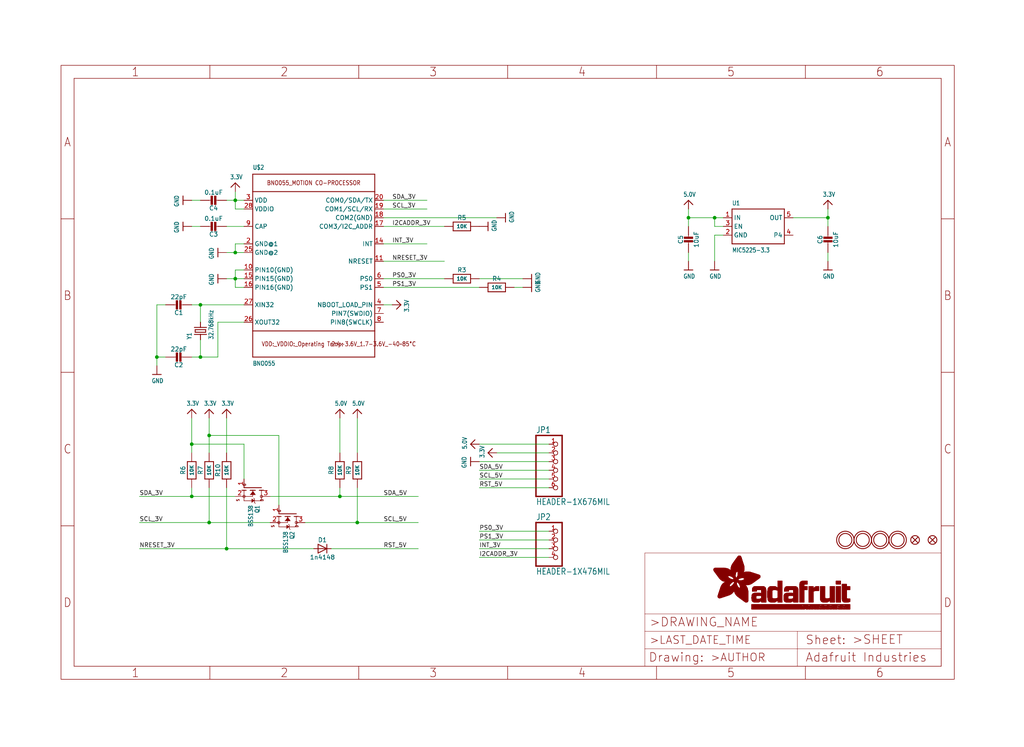
<source format=kicad_sch>
(kicad_sch (version 20211123) (generator eeschema)
  (paper "User" 298.45 217.881)
  (lib_symbols
    (symbol "schematicEagle-eagle-import:3.3V" (power)
      (property "Value" "3.3V" (at -1.524 1.016 0))
      (symbol "3.3V_1_0"
        (pin power_in line (at 0 -2.54 90) (length 2.54) (name "3.3V") (number "1"))
      )
    )
    (symbol "schematicEagle-eagle-import:5.0V" (power)
      (property "Value" "5.0V" (at -1.524 1.016 0))
      (symbol "5.0V_1_0"
        (pin power_in line (at 0 -2.54 90) (length 2.54) (name "5.0V") (number "1"))
      )
    )
    (symbol "schematicEagle-eagle-import:BNO055"
      (property "Value" "BNO055" (at -17.78 -30.48 0))
      (symbol "BNO055_1_0"
        (text "2.4-3.6V_1.7-3.6V_-40~85°C" (at 5.08 -24.13 0) (effects (font (size 1.27 1.0795)) (justify left)))
        (text "BNO055_MOTION CO-PROCESSOR" (at 0 22.86 0) (effects (font (size 1.27 1.0795))))
        (text "VDD:_VDDIO:_Operating Temp:" (at -15.24 -24.13 0) (effects (font (size 1.27 1.0795)) (justify left)))
        (pin bidirectional line (at -20.32 -2.54 0) (length 2.54) (name "PIN10(GND)") (number "10"))
        (pin bidirectional line (at 20.32 0 180) (length 2.54) (name "NRESET") (number "11"))
        (pin output line (at 20.32 5.08 180) (length 2.54) (name "INT") (number "14"))
        (pin bidirectional line (at -20.32 -5.08 0) (length 2.54) (name "PIN15(GND)") (number "15"))
        (pin bidirectional line (at -20.32 -7.62 0) (length 2.54) (name "PIN16(GND)") (number "16"))
        (pin bidirectional line (at 20.32 10.16 180) (length 2.54) (name "COM3/I2C_ADDR") (number "17"))
        (pin bidirectional line (at 20.32 12.7 180) (length 2.54) (name "COM2(GND)") (number "18"))
        (pin bidirectional line (at 20.32 15.24 180) (length 2.54) (name "COM1/SCL/RX") (number "19"))
        (pin power_in line (at -20.32 5.08 0) (length 2.54) (name "GND@1") (number "2"))
        (pin bidirectional line (at 20.32 17.78 180) (length 2.54) (name "COM0/SDA/TX") (number "20"))
        (pin power_in line (at -20.32 2.54 0) (length 2.54) (name "GND@2") (number "25"))
        (pin output line (at -20.32 -17.78 0) (length 2.54) (name "XOUT32") (number "26"))
        (pin input line (at -20.32 -12.7 0) (length 2.54) (name "XIN32") (number "27"))
        (pin power_in line (at -20.32 15.24 0) (length 2.54) (name "VDDIO") (number "28"))
        (pin power_in line (at -20.32 17.78 0) (length 2.54) (name "VDD") (number "3"))
        (pin bidirectional line (at 20.32 -12.7 180) (length 2.54) (name "NBOOT_LOAD_PIN") (number "4"))
        (pin input line (at 20.32 -7.62 180) (length 2.54) (name "PS1") (number "5"))
        (pin input line (at 20.32 -5.08 180) (length 2.54) (name "PS0") (number "6"))
        (pin bidirectional line (at 20.32 -15.24 180) (length 2.54) (name "PIN7(SWDIO)") (number "7"))
        (pin bidirectional line (at 20.32 -17.78 180) (length 2.54) (name "PIN8(SWCLK)") (number "8"))
        (pin passive line (at -20.32 10.16 0) (length 2.54) (name "CAP") (number "9"))
      )
    )
    (symbol "schematicEagle-eagle-import:CAP_CERAMIC0805-NOOUTLINE"
      (property "Reference" "C" (at -2.29 1.25 90))
      (property "Value" "CAP_CERAMIC0805-NOOUTLINE" (at 2.3 1.25 90))
      (symbol "CAP_CERAMIC0805-NOOUTLINE_1_0"
        (pin passive line (at 0 5.08 270) (length 2.54) (name "1") (number "1"))
        (pin passive line (at 0 -2.54 90) (length 2.54) (name "2") (number "2"))
      )
    )
    (symbol "schematicEagle-eagle-import:CAP_CERAMIC0805_10MGAP"
      (property "Reference" "C" (at -2.29 1.25 90))
      (property "Value" "CAP_CERAMIC0805_10MGAP" (at 2.3 1.25 90))
      (symbol "CAP_CERAMIC0805_10MGAP_1_0"
        (pin passive line (at 0 5.08 270) (length 2.54) (name "1") (number "1"))
        (pin passive line (at 0 -2.54 90) (length 2.54) (name "2") (number "2"))
      )
    )
    (symbol "schematicEagle-eagle-import:CRYSTAL8.0X3.8"
      (property "Reference" "Y" (at -2.54 2.54 0))
      (property "Value" "CRYSTAL8.0X3.8" (at -2.54 -3.81 0))
      (symbol "CRYSTAL8.0X3.8_1_0"
        (pin passive line (at -2.54 0 0) (length 0) (name "1") (number "P$1"))
        (pin passive line (at 2.54 0 180) (length 0) (name "2") (number "P$4"))
      )
    )
    (symbol "schematicEagle-eagle-import:DIODESOD-323"
      (property "Reference" "D" (at 0 2.54 0))
      (property "Value" "DIODESOD-323" (at 0 -2.5 0))
      (symbol "DIODESOD-323_1_0"
        (pin passive line (at -2.54 0 0) (length 2.54) (name "A") (number "A"))
        (pin passive line (at 2.54 0 180) (length 2.54) (name "C") (number "C"))
      )
    )
    (symbol "schematicEagle-eagle-import:FIDUCIAL{dblquote}{dblquote}")
    (symbol "schematicEagle-eagle-import:FRAME_A4_ADAFRUIT"
      (symbol "FRAME_A4_ADAFRUIT_0_0"
        (text "1" (at 21.6958 1.905 0) (effects (font (size 2.54 2.286))))
        (text "1" (at 21.6958 177.165 0) (effects (font (size 2.54 2.286))))
        (text "2" (at 65.0875 1.905 0) (effects (font (size 2.54 2.286))))
        (text "2" (at 65.0875 177.165 0) (effects (font (size 2.54 2.286))))
        (text "3" (at 108.4792 1.905 0) (effects (font (size 2.54 2.286))))
        (text "3" (at 108.4792 177.165 0) (effects (font (size 2.54 2.286))))
        (text "4" (at 151.8708 1.905 0) (effects (font (size 2.54 2.286))))
        (text "4" (at 151.8708 177.165 0) (effects (font (size 2.54 2.286))))
        (text "5" (at 195.2625 1.905 0) (effects (font (size 2.54 2.286))))
        (text "5" (at 195.2625 177.165 0) (effects (font (size 2.54 2.286))))
        (text "6" (at 238.6542 1.905 0) (effects (font (size 2.54 2.286))))
        (text "6" (at 238.6542 177.165 0) (effects (font (size 2.54 2.286))))
        (text "A" (at 1.905 156.6863 0) (effects (font (size 2.54 2.286))))
        (text "A" (at 258.445 156.6863 0) (effects (font (size 2.54 2.286))))
        (text "B" (at 1.905 111.9188 0) (effects (font (size 2.54 2.286))))
        (text "B" (at 258.445 111.9188 0) (effects (font (size 2.54 2.286))))
        (text "C" (at 1.905 67.1513 0) (effects (font (size 2.54 2.286))))
        (text "C" (at 258.445 67.1513 0) (effects (font (size 2.54 2.286))))
        (text "D" (at 1.905 22.3838 0) (effects (font (size 2.54 2.286))))
        (text "D" (at 258.445 22.3838 0) (effects (font (size 2.54 2.286))))
      )
      (symbol "FRAME_A4_ADAFRUIT_1_0"
        (text ">AUTHOR" (at 189.23 5.08 0) (effects (font (size 2.286 2.286)) (justify left bottom)))
        (text ">DRAWING_NAME" (at 171.45 15.24 0) (effects (font (size 2.54 2.54)) (justify left bottom)))
        (text ">LAST_DATE_TIME" (at 171.45 10.16 0) (effects (font (size 2.286 2.286)) (justify left bottom)))
        (text ">SHEET" (at 230.505 10.16 0) (effects (font (size 2.54 2.54)) (justify left bottom)))
        (text "Adafruit Industries" (at 216.916 4.953 0) (effects (font (size 2.54 2.54)) (justify left bottom)))
        (text "Drawing:" (at 171.196 4.953 0) (effects (font (size 2.54 2.54)) (justify left bottom)))
        (text "Sheet:" (at 216.916 10.033 0) (effects (font (size 2.54 2.54)) (justify left bottom)))
      )
    )
    (symbol "schematicEagle-eagle-import:GND" (power)
      (property "Value" "GND" (at -1.524 -2.54 0))
      (symbol "GND_1_0"
        (pin power_in line (at 0 2.54 270) (length 2.54) (name "GND") (number "1"))
      )
    )
    (symbol "schematicEagle-eagle-import:HEADER-1X476MIL"
      (property "Reference" "JP" (at -6.35 8.255 0))
      (property "Value" "HEADER-1X476MIL" (at -6.35 -7.62 0))
      (symbol "HEADER-1X476MIL_1_0"
        (pin passive inverted (at -2.54 5.08 0) (length 2.54) (name "1") (number "1"))
        (pin passive inverted (at -2.54 2.54 0) (length 2.54) (name "2") (number "2"))
        (pin passive inverted (at -2.54 0 0) (length 2.54) (name "3") (number "3"))
        (pin passive inverted (at -2.54 -2.54 0) (length 2.54) (name "4") (number "4"))
      )
    )
    (symbol "schematicEagle-eagle-import:HEADER-1X676MIL"
      (property "Reference" "JP" (at -6.35 10.795 0))
      (property "Value" "HEADER-1X676MIL" (at -6.35 -10.16 0))
      (symbol "HEADER-1X676MIL_1_0"
        (pin passive inverted (at -2.54 7.62 0) (length 2.54) (name "1") (number "1"))
        (pin passive inverted (at -2.54 5.08 0) (length 2.54) (name "2") (number "2"))
        (pin passive inverted (at -2.54 2.54 0) (length 2.54) (name "3") (number "3"))
        (pin passive inverted (at -2.54 0 0) (length 2.54) (name "4") (number "4"))
        (pin passive inverted (at -2.54 -2.54 0) (length 2.54) (name "5") (number "5"))
        (pin passive inverted (at -2.54 -5.08 0) (length 2.54) (name "6") (number "6"))
      )
    )
    (symbol "schematicEagle-eagle-import:MOSFET-NWIDE"
      (property "Reference" "Q" (at 5.08 0.635 0))
      (property "Value" "MOSFET-NWIDE" (at 5.08 -1.27 0))
      (symbol "MOSFET-NWIDE_1_0"
        (text "D" (at 3.175 3.175 0) (effects (font (size 0.8128 0.6908)) (justify left bottom)))
        (text "G" (at -1.27 -1.905 0) (effects (font (size 0.8128 0.6908)) (justify left bottom)))
        (text "S" (at 3.175 -3.81 0) (effects (font (size 0.8128 0.6908)) (justify left bottom)))
        (pin bidirectional line (at -2.54 -2.54 0) (length 2.54) (name "G") (number "1"))
        (pin bidirectional line (at 2.54 -5.08 90) (length 2.54) (name "S") (number "2"))
        (pin bidirectional line (at 2.54 5.08 270) (length 2.54) (name "D") (number "3"))
      )
    )
    (symbol "schematicEagle-eagle-import:MOUNTINGHOLE2.5_THICK")
    (symbol "schematicEagle-eagle-import:RESISTOR0805_NOOUTLINE"
      (property "Reference" "R" (at 0 2.54 0))
      (property "Value" "RESISTOR0805_NOOUTLINE" (at 0 0 0))
      (symbol "RESISTOR0805_NOOUTLINE_1_0"
        (pin passive line (at -5.08 0 0) (length 2.54) (name "1") (number "1"))
        (pin passive line (at 5.08 0 180) (length 2.54) (name "2") (number "2"))
      )
    )
    (symbol "schematicEagle-eagle-import:RESISTOR_0805MP"
      (property "Reference" "R" (at 0 2.54 0))
      (property "Value" "RESISTOR_0805MP" (at 0 0 0))
      (symbol "RESISTOR_0805MP_1_0"
        (pin passive line (at -5.08 0 0) (length 2.54) (name "1") (number "1"))
        (pin passive line (at 5.08 0 180) (length 2.54) (name "2") (number "2"))
      )
    )
    (symbol "schematicEagle-eagle-import:VREG_SOT23-5"
      (property "Reference" "U" (at -7.62 6.096 0))
      (property "Value" "VREG_SOT23-5" (at -7.62 -7.62 0))
      (symbol "VREG_SOT23-5_1_0"
        (pin power_in line (at -10.16 2.54 0) (length 2.54) (name "IN") (number "1"))
        (pin power_in line (at -10.16 -2.54 0) (length 2.54) (name "GND") (number "2"))
        (pin input line (at -10.16 0 0) (length 2.54) (name "EN") (number "3"))
        (pin bidirectional line (at 10.16 -2.54 180) (length 2.54) (name "P4") (number "4"))
        (pin power_in line (at 10.16 2.54 180) (length 2.54) (name "OUT") (number "5"))
      )
    )
  )
  (junction (at 58.42 88.9))
  (junction (at 68.58 73.66))
  (junction (at 241.3 63.5))
  (junction (at 58.42 104.14))
  (junction (at 60.96 152.4))
  (junction (at 99.06 144.78))
  (junction (at 60.96 127))
  (junction (at 45.72 104.14))
  (junction (at 208.28 63.5))
  (junction (at 68.58 81.28))
  (junction (at 68.58 58.42))
  (junction (at 66.04 160.02))
  (junction (at 55.88 144.78))
  (junction (at 55.88 129.54))
  (junction (at 104.14 152.4))
  (junction (at 200.66 63.5))
  (wire (pts (xy 144.78 63.5) (xy 111.76 63.5)))
  (wire (pts (xy 66.04 142.24) (xy 66.04 160.02)))
  (wire (pts (xy 68.58 83.82) (xy 68.58 81.28)))
  (wire (pts (xy 139.7 81.28) (xy 152.4 81.28)))
  (wire (pts (xy 55.88 132.08) (xy 55.88 129.54)))
  (wire (pts (xy 40.64 160.02) (xy 66.04 160.02)))
  (wire (pts (xy 210.82 63.5) (xy 208.28 63.5)))
  (wire (pts (xy 68.58 71.12) (xy 68.58 73.66)))
  (wire (pts (xy 208.28 63.5) (xy 200.66 63.5)))
  (wire (pts (xy 60.96 152.4) (xy 40.64 152.4)))
  (wire (pts (xy 139.7 154.94) (xy 160.02 154.94)))
  (wire (pts (xy 55.88 144.78) (xy 40.64 144.78)))
  (wire (pts (xy 139.7 160.02) (xy 160.02 160.02)))
  (wire (pts (xy 60.96 127) (xy 60.96 121.92)))
  (wire (pts (xy 71.12 71.12) (xy 68.58 71.12)))
  (wire (pts (xy 241.3 73.66) (xy 241.3 76.2)))
  (wire (pts (xy 104.14 132.08) (xy 104.14 121.92)))
  (wire (pts (xy 71.12 88.9) (xy 58.42 88.9)))
  (wire (pts (xy 210.82 68.58) (xy 208.28 68.58)))
  (wire (pts (xy 81.28 127) (xy 60.96 127)))
  (wire (pts (xy 111.76 88.9) (xy 114.3 88.9)))
  (wire (pts (xy 78.74 144.78) (xy 99.06 144.78)))
  (wire (pts (xy 58.42 66.04) (xy 55.88 66.04)))
  (wire (pts (xy 208.28 66.04) (xy 208.28 63.5)))
  (wire (pts (xy 58.42 58.42) (xy 55.88 58.42)))
  (wire (pts (xy 99.06 132.08) (xy 99.06 121.92)))
  (wire (pts (xy 68.58 58.42) (xy 68.58 55.88)))
  (wire (pts (xy 88.9 152.4) (xy 104.14 152.4)))
  (wire (pts (xy 111.76 60.96) (xy 124.46 60.96)))
  (wire (pts (xy 149.86 83.82) (xy 152.4 83.82)))
  (wire (pts (xy 71.12 83.82) (xy 68.58 83.82)))
  (wire (pts (xy 99.06 144.78) (xy 99.06 142.24)))
  (wire (pts (xy 58.42 99.06) (xy 58.42 104.14)))
  (wire (pts (xy 58.42 88.9) (xy 55.88 88.9)))
  (wire (pts (xy 71.12 129.54) (xy 55.88 129.54)))
  (wire (pts (xy 111.76 58.42) (xy 124.46 58.42)))
  (wire (pts (xy 210.82 66.04) (xy 208.28 66.04)))
  (wire (pts (xy 139.7 139.7) (xy 160.02 139.7)))
  (wire (pts (xy 58.42 104.14) (xy 55.88 104.14)))
  (wire (pts (xy 55.88 142.24) (xy 55.88 144.78)))
  (wire (pts (xy 63.5 93.98) (xy 63.5 104.14)))
  (wire (pts (xy 63.5 104.14) (xy 58.42 104.14)))
  (wire (pts (xy 81.28 147.32) (xy 81.28 127)))
  (wire (pts (xy 139.7 162.56) (xy 160.02 162.56)))
  (wire (pts (xy 58.42 93.98) (xy 58.42 88.9)))
  (wire (pts (xy 111.76 83.82) (xy 139.7 83.82)))
  (wire (pts (xy 60.96 142.24) (xy 60.96 152.4)))
  (wire (pts (xy 99.06 144.78) (xy 121.92 144.78)))
  (wire (pts (xy 45.72 104.14) (xy 45.72 106.68)))
  (wire (pts (xy 241.3 66.04) (xy 241.3 63.5)))
  (wire (pts (xy 208.28 68.58) (xy 208.28 76.2)))
  (wire (pts (xy 60.96 132.08) (xy 60.96 127)))
  (wire (pts (xy 139.7 129.54) (xy 160.02 129.54)))
  (wire (pts (xy 66.04 132.08) (xy 66.04 121.92)))
  (wire (pts (xy 68.58 144.78) (xy 55.88 144.78)))
  (wire (pts (xy 111.76 66.04) (xy 129.54 66.04)))
  (wire (pts (xy 111.76 76.2) (xy 129.54 76.2)))
  (wire (pts (xy 104.14 152.4) (xy 121.92 152.4)))
  (wire (pts (xy 78.74 152.4) (xy 60.96 152.4)))
  (wire (pts (xy 111.76 81.28) (xy 129.54 81.28)))
  (wire (pts (xy 71.12 60.96) (xy 68.58 60.96)))
  (wire (pts (xy 68.58 73.66) (xy 66.04 73.66)))
  (wire (pts (xy 241.3 63.5) (xy 241.3 60.96)))
  (wire (pts (xy 71.12 66.04) (xy 66.04 66.04)))
  (wire (pts (xy 66.04 58.42) (xy 68.58 58.42)))
  (wire (pts (xy 139.7 142.24) (xy 160.02 142.24)))
  (wire (pts (xy 71.12 81.28) (xy 68.58 81.28)))
  (wire (pts (xy 48.26 104.14) (xy 45.72 104.14)))
  (wire (pts (xy 139.7 157.48) (xy 160.02 157.48)))
  (wire (pts (xy 71.12 78.74) (xy 68.58 78.74)))
  (wire (pts (xy 68.58 78.74) (xy 68.58 81.28)))
  (wire (pts (xy 160.02 134.62) (xy 139.7 134.62)))
  (wire (pts (xy 200.66 66.04) (xy 200.66 63.5)))
  (wire (pts (xy 45.72 88.9) (xy 45.72 104.14)))
  (wire (pts (xy 68.58 60.96) (xy 68.58 58.42)))
  (wire (pts (xy 71.12 93.98) (xy 63.5 93.98)))
  (wire (pts (xy 231.14 63.5) (xy 241.3 63.5)))
  (wire (pts (xy 104.14 152.4) (xy 104.14 142.24)))
  (wire (pts (xy 139.7 137.16) (xy 160.02 137.16)))
  (wire (pts (xy 71.12 73.66) (xy 68.58 73.66)))
  (wire (pts (xy 55.88 129.54) (xy 55.88 121.92)))
  (wire (pts (xy 48.26 88.9) (xy 45.72 88.9)))
  (wire (pts (xy 71.12 58.42) (xy 68.58 58.42)))
  (wire (pts (xy 96.52 160.02) (xy 121.92 160.02)))
  (wire (pts (xy 68.58 81.28) (xy 66.04 81.28)))
  (wire (pts (xy 200.66 63.5) (xy 200.66 60.96)))
  (wire (pts (xy 200.66 73.66) (xy 200.66 76.2)))
  (wire (pts (xy 66.04 160.02) (xy 91.44 160.02)))
  (wire (pts (xy 160.02 132.08) (xy 144.78 132.08)))
  (wire (pts (xy 71.12 139.7) (xy 71.12 129.54)))
  (wire (pts (xy 111.76 71.12) (xy 124.46 71.12)))
  (label "I2CADDR_3V" (at 139.7 162.56 0) (effects (font (size 1.2446 1.2446))))
  (label "NRESET_3V" (at 114.3 76.2 0) (effects (font (size 1.2446 1.2446))))
  (label "SDA_5V" (at 139.7 137.16 0) (effects (font (size 1.2446 1.2446))))
  (label "SDA_3V" (at 114.3 58.42 0) (effects (font (size 1.2446 1.2446))))
  (label "RST_5V" (at 111.76 160.02 0) (effects (font (size 1.2446 1.2446))))
  (label "SDA_3V" (at 40.64 144.78 0) (effects (font (size 1.2446 1.2446))))
  (label "PS0_3V" (at 139.7 154.94 0) (effects (font (size 1.2446 1.2446))))
  (label "PS1_3V" (at 139.7 157.48 0) (effects (font (size 1.2446 1.2446))))
  (label "INT_3V" (at 114.3 71.12 0) (effects (font (size 1.2446 1.2446))))
  (label "I2CADDR_3V" (at 114.3 66.04 0) (effects (font (size 1.2446 1.2446))))
  (label "RST_5V" (at 139.7 142.24 0) (effects (font (size 1.2446 1.2446))))
  (label "NRESET_3V" (at 40.64 160.02 0) (effects (font (size 1.2446 1.2446))))
  (label "INT_3V" (at 139.7 160.02 0) (effects (font (size 1.2446 1.2446))))
  (label "SDA_5V" (at 111.76 144.78 0) (effects (font (size 1.2446 1.2446))))
  (label "SCL_3V" (at 114.3 60.96 0) (effects (font (size 1.2446 1.2446))))
  (label "SCL_5V" (at 139.7 139.7 0) (effects (font (size 1.2446 1.2446))))
  (label "PS1_3V" (at 114.3 83.82 0) (effects (font (size 1.2446 1.2446))))
  (label "SCL_5V" (at 111.76 152.4 0) (effects (font (size 1.2446 1.2446))))
  (label "SCL_3V" (at 40.64 152.4 0) (effects (font (size 1.2446 1.2446))))
  (label "PS0_3V" (at 114.3 81.28 0) (effects (font (size 1.2446 1.2446))))
  (symbol (lib_id "schematicEagle-eagle-import:HEADER-1X476MIL") (at 162.56 160.02 0) (unit 1)
    (property "Reference" "JP2" (at 156.21 151.765 0) (effects (font (size 1.778 1.5113)) (justify left bottom)))
    (property "Value" "HEADER-1X476MIL" (at 156.21 167.64 0) (effects (font (size 1.778 1.5113)) (justify left bottom)))
    (property "Footprint" "schematicEagle:1X04_ROUND_76" (effects hide))
  )
  (symbol (lib_id "schematicEagle-eagle-import:CAP_CERAMIC0805-NOOUTLINE") (at 200.66 71.12 0) (unit 1)
    (property "Reference" "C5" (at 198.37 69.87 90))
    (property "Value" "10uF" (at 202.96 69.87 90))
    (property "Footprint" "schematicEagle:0805-NO" (effects hide))
  )
  (symbol (lib_id "schematicEagle-eagle-import:3.3V") (at 68.58 53.34 0) (unit 1)
    (property "Reference" "#U$21" (effects hide))
    (property "Value" "3.3V" (at 67.056 52.324 0) (effects (font (size 1.27 1.0795)) (justify left bottom)))
    (property "Footprint" "schematicEagle:" (effects hide))
  )
  (symbol (lib_id "schematicEagle-eagle-import:CAP_CERAMIC0805-NOOUTLINE") (at 53.34 88.9 90) (unit 1)
    (property "Reference" "C1" (at 52.09 91.19 90))
    (property "Value" "22pF" (at 52.09 86.6 90))
    (property "Footprint" "schematicEagle:0805-NO" (effects hide))
  )
  (symbol (lib_id "schematicEagle-eagle-import:RESISTOR0805_NOOUTLINE") (at 66.04 137.16 90) (unit 1)
    (property "Reference" "R10" (at 63.5 137.16 0))
    (property "Value" "10K" (at 66.04 137.16 0) (effects (font (size 1.016 1.016) bold)))
    (property "Footprint" "schematicEagle:0805-NO" (effects hide))
  )
  (symbol (lib_id "schematicEagle-eagle-import:VREG_SOT23-5") (at 220.98 66.04 0) (unit 1)
    (property "Reference" "U1" (at 213.36 59.944 0) (effects (font (size 1.27 1.0795)) (justify left bottom)))
    (property "Value" "MIC5225-3.3" (at 213.36 73.66 0) (effects (font (size 1.27 1.0795)) (justify left bottom)))
    (property "Footprint" "schematicEagle:SOT23-5" (effects hide))
  )
  (symbol (lib_id "schematicEagle-eagle-import:3.3V") (at 116.84 88.9 270) (unit 1)
    (property "Reference" "#U$15" (effects hide))
    (property "Value" "3.3V" (at 117.856 87.376 0) (effects (font (size 1.27 1.0795)) (justify left bottom)))
    (property "Footprint" "schematicEagle:" (effects hide))
  )
  (symbol (lib_id "schematicEagle-eagle-import:MOSFET-NWIDE") (at 83.82 149.86 270) (unit 1)
    (property "Reference" "Q2" (at 84.455 154.94 0) (effects (font (size 1.27 1.0795)) (justify left bottom)))
    (property "Value" "BSS138" (at 82.55 154.94 0) (effects (font (size 1.27 1.0795)) (justify left bottom)))
    (property "Footprint" "schematicEagle:SOT23-WIDE" (effects hide))
  )
  (symbol (lib_id "schematicEagle-eagle-import:MOUNTINGHOLE2.5_THICK") (at 246.38 157.48 0) (unit 1)
    (property "Reference" "U$32" (effects hide))
    (property "Value" "MOUNTINGHOLE2.5_THICK" (effects hide))
    (property "Footprint" "schematicEagle:MOUNTINGHOLE_2.5_PLATED_THICK" (effects hide))
  )
  (symbol (lib_id "schematicEagle-eagle-import:RESISTOR_0805MP") (at 104.14 137.16 90) (unit 1)
    (property "Reference" "R9" (at 101.6 137.16 0))
    (property "Value" "10K" (at 104.14 137.16 0) (effects (font (size 1.016 1.016) bold)))
    (property "Footprint" "schematicEagle:_0805MP" (effects hide))
  )
  (symbol (lib_id "schematicEagle-eagle-import:GND") (at 53.34 66.04 270) (unit 1)
    (property "Reference" "#U$14" (effects hide))
    (property "Value" "GND" (at 50.8 64.516 0) (effects (font (size 1.27 1.0795)) (justify left bottom)))
    (property "Footprint" "schematicEagle:" (effects hide))
  )
  (symbol (lib_id "schematicEagle-eagle-import:GND") (at 154.94 83.82 90) (unit 1)
    (property "Reference" "#U$6" (effects hide))
    (property "Value" "GND" (at 157.48 85.344 0) (effects (font (size 1.27 1.0795)) (justify left bottom)))
    (property "Footprint" "schematicEagle:" (effects hide))
  )
  (symbol (lib_id "schematicEagle-eagle-import:GND") (at 241.3 78.74 0) (unit 1)
    (property "Reference" "#U$23" (effects hide))
    (property "Value" "GND" (at 239.776 81.28 0) (effects (font (size 1.27 1.0795)) (justify left bottom)))
    (property "Footprint" "schematicEagle:" (effects hide))
  )
  (symbol (lib_id "schematicEagle-eagle-import:RESISTOR0805_NOOUTLINE") (at 144.78 83.82 0) (unit 1)
    (property "Reference" "R4" (at 144.78 81.28 0))
    (property "Value" "10K" (at 144.78 83.82 0) (effects (font (size 1.016 1.016) bold)))
    (property "Footprint" "schematicEagle:0805-NO" (effects hide))
  )
  (symbol (lib_id "schematicEagle-eagle-import:MOUNTINGHOLE2.5_THICK") (at 256.54 157.48 0) (unit 1)
    (property "Reference" "U$30" (effects hide))
    (property "Value" "MOUNTINGHOLE2.5_THICK" (effects hide))
    (property "Footprint" "schematicEagle:MOUNTINGHOLE_2.5_PLATED_THICK" (effects hide))
  )
  (symbol (lib_id "schematicEagle-eagle-import:3.3V") (at 241.3 58.42 0) (unit 1)
    (property "Reference" "#U$24" (effects hide))
    (property "Value" "3.3V" (at 239.776 57.404 0) (effects (font (size 1.27 1.0795)) (justify left bottom)))
    (property "Footprint" "schematicEagle:" (effects hide))
  )
  (symbol (lib_id "schematicEagle-eagle-import:CRYSTAL8.0X3.8") (at 58.42 96.52 90) (unit 1)
    (property "Reference" "Y1" (at 55.88 99.06 0) (effects (font (size 1.27 1.0795)) (justify left bottom)))
    (property "Value" "32.768kHz" (at 62.23 99.06 0) (effects (font (size 1.27 1.0795)) (justify left bottom)))
    (property "Footprint" "schematicEagle:CRYSTAL_8X3.8" (effects hide))
  )
  (symbol (lib_id "schematicEagle-eagle-import:3.3V") (at 142.24 132.08 90) (unit 1)
    (property "Reference" "#U$17" (effects hide))
    (property "Value" "3.3V" (at 141.224 133.604 0) (effects (font (size 1.27 1.0795)) (justify left bottom)))
    (property "Footprint" "schematicEagle:" (effects hide))
  )
  (symbol (lib_id "schematicEagle-eagle-import:5.0V") (at 99.06 119.38 0) (unit 1)
    (property "Reference" "#U$19" (effects hide))
    (property "Value" "5.0V" (at 97.536 118.364 0) (effects (font (size 1.27 1.0795)) (justify left bottom)))
    (property "Footprint" "schematicEagle:" (effects hide))
  )
  (symbol (lib_id "schematicEagle-eagle-import:5.0V") (at 104.14 119.38 0) (unit 1)
    (property "Reference" "#U$20" (effects hide))
    (property "Value" "5.0V" (at 102.616 118.364 0) (effects (font (size 1.27 1.0795)) (justify left bottom)))
    (property "Footprint" "schematicEagle:" (effects hide))
  )
  (symbol (lib_id "schematicEagle-eagle-import:FIDUCIAL{dblquote}{dblquote}") (at 266.7 157.48 0) (unit 1)
    (property "Reference" "FID2" (effects hide))
    (property "Value" "FIDUCIAL{dblquote}{dblquote}" (effects hide))
    (property "Footprint" "schematicEagle:FIDUCIAL_1MM" (effects hide))
  )
  (symbol (lib_id "schematicEagle-eagle-import:HEADER-1X676MIL") (at 162.56 137.16 0) (unit 1)
    (property "Reference" "JP1" (at 156.21 126.365 0) (effects (font (size 1.778 1.5113)) (justify left bottom)))
    (property "Value" "HEADER-1X676MIL" (at 156.21 147.32 0) (effects (font (size 1.778 1.5113)) (justify left bottom)))
    (property "Footprint" "schematicEagle:1X06_ROUND_76" (effects hide))
  )
  (symbol (lib_id "schematicEagle-eagle-import:GND") (at 154.94 81.28 90) (unit 1)
    (property "Reference" "#U$5" (effects hide))
    (property "Value" "GND" (at 157.48 82.804 0) (effects (font (size 1.27 1.0795)) (justify left bottom)))
    (property "Footprint" "schematicEagle:" (effects hide))
  )
  (symbol (lib_id "schematicEagle-eagle-import:RESISTOR_0805MP") (at 99.06 137.16 90) (unit 1)
    (property "Reference" "R8" (at 96.52 137.16 0))
    (property "Value" "10K" (at 99.06 137.16 0) (effects (font (size 1.016 1.016) bold)))
    (property "Footprint" "schematicEagle:_0805MP" (effects hide))
  )
  (symbol (lib_id "schematicEagle-eagle-import:MOUNTINGHOLE2.5_THICK") (at 251.46 157.48 0) (unit 1)
    (property "Reference" "U$31" (effects hide))
    (property "Value" "MOUNTINGHOLE2.5_THICK" (effects hide))
    (property "Footprint" "schematicEagle:MOUNTINGHOLE_2.5_PLATED_THICK" (effects hide))
  )
  (symbol (lib_id "schematicEagle-eagle-import:MOSFET-NWIDE") (at 73.66 142.24 270) (unit 1)
    (property "Reference" "Q1" (at 74.295 147.32 0) (effects (font (size 1.27 1.0795)) (justify left bottom)))
    (property "Value" "BSS138" (at 72.39 147.32 0) (effects (font (size 1.27 1.0795)) (justify left bottom)))
    (property "Footprint" "schematicEagle:SOT23-WIDE" (effects hide))
  )
  (symbol (lib_id "schematicEagle-eagle-import:GND") (at 208.28 78.74 0) (unit 1)
    (property "Reference" "#U$26" (effects hide))
    (property "Value" "GND" (at 206.756 81.28 0) (effects (font (size 1.27 1.0795)) (justify left bottom)))
    (property "Footprint" "schematicEagle:" (effects hide))
  )
  (symbol (lib_id "schematicEagle-eagle-import:MOUNTINGHOLE2.5_THICK") (at 261.62 157.48 0) (unit 1)
    (property "Reference" "U$29" (effects hide))
    (property "Value" "MOUNTINGHOLE2.5_THICK" (effects hide))
    (property "Footprint" "schematicEagle:MOUNTINGHOLE_2.5_PLATED_THICK" (effects hide))
  )
  (symbol (lib_id "schematicEagle-eagle-import:RESISTOR0805_NOOUTLINE") (at 134.62 66.04 0) (unit 1)
    (property "Reference" "R5" (at 134.62 63.5 0))
    (property "Value" "10K" (at 134.62 66.04 0) (effects (font (size 1.016 1.016) bold)))
    (property "Footprint" "schematicEagle:0805-NO" (effects hide))
  )
  (symbol (lib_id "schematicEagle-eagle-import:GND") (at 147.32 63.5 90) (unit 1)
    (property "Reference" "#U$8" (effects hide))
    (property "Value" "GND" (at 149.86 65.024 0) (effects (font (size 1.27 1.0795)) (justify left bottom)))
    (property "Footprint" "schematicEagle:" (effects hide))
  )
  (symbol (lib_id "schematicEagle-eagle-import:3.3V") (at 60.96 119.38 0) (unit 1)
    (property "Reference" "#U$9" (effects hide))
    (property "Value" "3.3V" (at 59.436 118.364 0) (effects (font (size 1.27 1.0795)) (justify left bottom)))
    (property "Footprint" "schematicEagle:" (effects hide))
  )
  (symbol (lib_id "schematicEagle-eagle-import:GND") (at 142.24 66.04 90) (unit 1)
    (property "Reference" "#U$7" (effects hide))
    (property "Value" "GND" (at 144.78 67.564 0) (effects (font (size 1.27 1.0795)) (justify left bottom)))
    (property "Footprint" "schematicEagle:" (effects hide))
  )
  (symbol (lib_id "schematicEagle-eagle-import:CAP_CERAMIC0805-NOOUTLINE") (at 53.34 104.14 90) (unit 1)
    (property "Reference" "C2" (at 52.09 106.43 90))
    (property "Value" "22pF" (at 52.09 101.84 90))
    (property "Footprint" "schematicEagle:0805-NO" (effects hide))
  )
  (symbol (lib_id "schematicEagle-eagle-import:GND") (at 63.5 81.28 270) (unit 1)
    (property "Reference" "#U$12" (effects hide))
    (property "Value" "GND" (at 60.96 79.756 0) (effects (font (size 1.27 1.0795)) (justify left bottom)))
    (property "Footprint" "schematicEagle:" (effects hide))
  )
  (symbol (lib_id "schematicEagle-eagle-import:3.3V") (at 66.04 119.38 0) (unit 1)
    (property "Reference" "#U$27" (effects hide))
    (property "Value" "3.3V" (at 64.516 118.364 0) (effects (font (size 1.27 1.0795)) (justify left bottom)))
    (property "Footprint" "schematicEagle:" (effects hide))
  )
  (symbol (lib_id "schematicEagle-eagle-import:GND") (at 63.5 73.66 270) (unit 1)
    (property "Reference" "#U$13" (effects hide))
    (property "Value" "GND" (at 60.96 72.136 0) (effects (font (size 1.27 1.0795)) (justify left bottom)))
    (property "Footprint" "schematicEagle:" (effects hide))
  )
  (symbol (lib_id "schematicEagle-eagle-import:GND") (at 200.66 78.74 0) (unit 1)
    (property "Reference" "#U$22" (effects hide))
    (property "Value" "GND" (at 199.136 81.28 0) (effects (font (size 1.27 1.0795)) (justify left bottom)))
    (property "Footprint" "schematicEagle:" (effects hide))
  )
  (symbol (lib_id "schematicEagle-eagle-import:FIDUCIAL{dblquote}{dblquote}") (at 271.78 157.48 0) (unit 1)
    (property "Reference" "FID1" (effects hide))
    (property "Value" "FIDUCIAL{dblquote}{dblquote}" (effects hide))
    (property "Footprint" "schematicEagle:FIDUCIAL_1MM" (effects hide))
  )
  (symbol (lib_id "schematicEagle-eagle-import:5.0V") (at 137.16 129.54 90) (unit 1)
    (property "Reference" "#U$10" (effects hide))
    (property "Value" "5.0V" (at 136.144 131.064 0) (effects (font (size 1.27 1.0795)) (justify left bottom)))
    (property "Footprint" "schematicEagle:" (effects hide))
  )
  (symbol (lib_id "schematicEagle-eagle-import:DIODESOD-323") (at 93.98 160.02 0) (unit 1)
    (property "Reference" "D1" (at 93.98 157.48 0))
    (property "Value" "1n4148" (at 93.98 162.52 0))
    (property "Footprint" "schematicEagle:SOD-323" (effects hide))
  )
  (symbol (lib_id "schematicEagle-eagle-import:3.3V") (at 55.88 119.38 0) (unit 1)
    (property "Reference" "#U$4" (effects hide))
    (property "Value" "3.3V" (at 54.356 118.364 0) (effects (font (size 1.27 1.0795)) (justify left bottom)))
    (property "Footprint" "schematicEagle:" (effects hide))
  )
  (symbol (lib_id "schematicEagle-eagle-import:GND") (at 137.16 134.62 270) (unit 1)
    (property "Reference" "#U$18" (effects hide))
    (property "Value" "GND" (at 134.62 133.096 0) (effects (font (size 1.27 1.0795)) (justify left bottom)))
    (property "Footprint" "schematicEagle:" (effects hide))
  )
  (symbol (lib_id "schematicEagle-eagle-import:GND") (at 45.72 109.22 0) (unit 1)
    (property "Reference" "#U$11" (effects hide))
    (property "Value" "GND" (at 44.196 111.76 0) (effects (font (size 1.27 1.0795)) (justify left bottom)))
    (property "Footprint" "schematicEagle:" (effects hide))
  )
  (symbol (lib_id "schematicEagle-eagle-import:GND") (at 53.34 58.42 270) (unit 1)
    (property "Reference" "#U$16" (effects hide))
    (property "Value" "GND" (at 50.8 56.896 0) (effects (font (size 1.27 1.0795)) (justify left bottom)))
    (property "Footprint" "schematicEagle:" (effects hide))
  )
  (symbol (lib_id "schematicEagle-eagle-import:RESISTOR0805_NOOUTLINE") (at 134.62 81.28 0) (unit 1)
    (property "Reference" "R3" (at 134.62 78.74 0))
    (property "Value" "10K" (at 134.62 81.28 0) (effects (font (size 1.016 1.016) bold)))
    (property "Footprint" "schematicEagle:0805-NO" (effects hide))
  )
  (symbol (lib_id "schematicEagle-eagle-import:CAP_CERAMIC0805_10MGAP") (at 241.3 71.12 0) (unit 1)
    (property "Reference" "C6" (at 239.01 69.87 90))
    (property "Value" "10uF" (at 243.6 69.87 90))
    (property "Footprint" "schematicEagle:0805_10MGAP" (effects hide))
  )
  (symbol (lib_id "schematicEagle-eagle-import:5.0V") (at 200.66 58.42 0) (unit 1)
    (property "Reference" "#U$25" (effects hide))
    (property "Value" "5.0V" (at 199.136 57.404 0) (effects (font (size 1.27 1.0795)) (justify left bottom)))
    (property "Footprint" "schematicEagle:" (effects hide))
  )
  (symbol (lib_id "schematicEagle-eagle-import:CAP_CERAMIC0805_10MGAP") (at 63.5 58.42 90) (unit 1)
    (property "Reference" "C4" (at 62.25 60.71 90))
    (property "Value" "0.1uF" (at 62.25 56.12 90))
    (property "Footprint" "schematicEagle:0805_10MGAP" (effects hide))
  )
  (symbol (lib_id "schematicEagle-eagle-import:RESISTOR0805_NOOUTLINE") (at 55.88 137.16 90) (unit 1)
    (property "Reference" "R6" (at 53.34 137.16 0))
    (property "Value" "10K" (at 55.88 137.16 0) (effects (font (size 1.016 1.016) bold)))
    (property "Footprint" "schematicEagle:0805-NO" (effects hide))
  )
  (symbol (lib_id "schematicEagle-eagle-import:FRAME_A4_ADAFRUIT") (at 17.78 198.12 0) (unit 1)
    (property "Reference" "#U$1" (effects hide))
    (property "Value" "FRAME_A4_ADAFRUIT" (effects hide))
    (property "Footprint" "schematicEagle:" (effects hide))
  )
  (symbol (lib_id "schematicEagle-eagle-import:RESISTOR0805_NOOUTLINE") (at 60.96 137.16 90) (unit 1)
    (property "Reference" "R7" (at 58.42 137.16 0))
    (property "Value" "10K" (at 60.96 137.16 0) (effects (font (size 1.016 1.016) bold)))
    (property "Footprint" "schematicEagle:0805-NO" (effects hide))
  )
  (symbol (lib_id "schematicEagle-eagle-import:CAP_CERAMIC0805-NOOUTLINE") (at 63.5 66.04 90) (unit 1)
    (property "Reference" "C3" (at 62.25 68.33 90))
    (property "Value" "0.1uF" (at 62.25 63.74 90))
    (property "Footprint" "schematicEagle:0805-NO" (effects hide))
  )
  (symbol (lib_id "schematicEagle-eagle-import:BNO055") (at 91.44 76.2 0) (unit 1)
    (property "Reference" "U$2" (at 73.66 49.53 0) (effects (font (size 1.27 1.0795)) (justify left bottom)))
    (property "Value" "BNO055" (at 73.66 106.68 0) (effects (font (size 1.27 1.0795)) (justify left bottom)))
    (property "Footprint" "schematicEagle:BNO055" (effects hide))
  )
)
</source>
